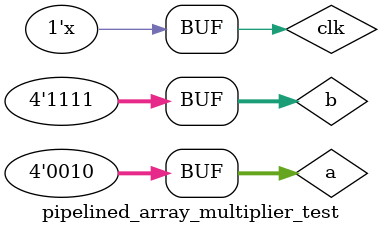
<source format=v>
`timescale 1ns / 1ps


module pipelined_array_multiplier_test;

	// Inputs
	reg [3:0] a;
	reg [3:0] b;
	reg clk;

	// Outputs
	wire [7:0] p;
	
	always #20 clk = ~clk;
	// Instantiate the Unit Under Test (UUT)
	multiplier_pipeline uut (
		.a(a), 
		.b(b), 
		.clk(clk), 
		.y(p)
	);

	initial begin
		a = 00;
		b = 00;
		clk = 0;
		#39.5;
		a = 'd15;
		b = 'd15;
		#40;
		a = 'd15;
		b = 'd12;
		#40;
		a = 'd2;
		b = 'd15;
		#40;
		
		
	end
   
	/*always @(negedge clk)
	begin
	a=a+1;
	b=b+2;
	end*/

endmodule


</source>
